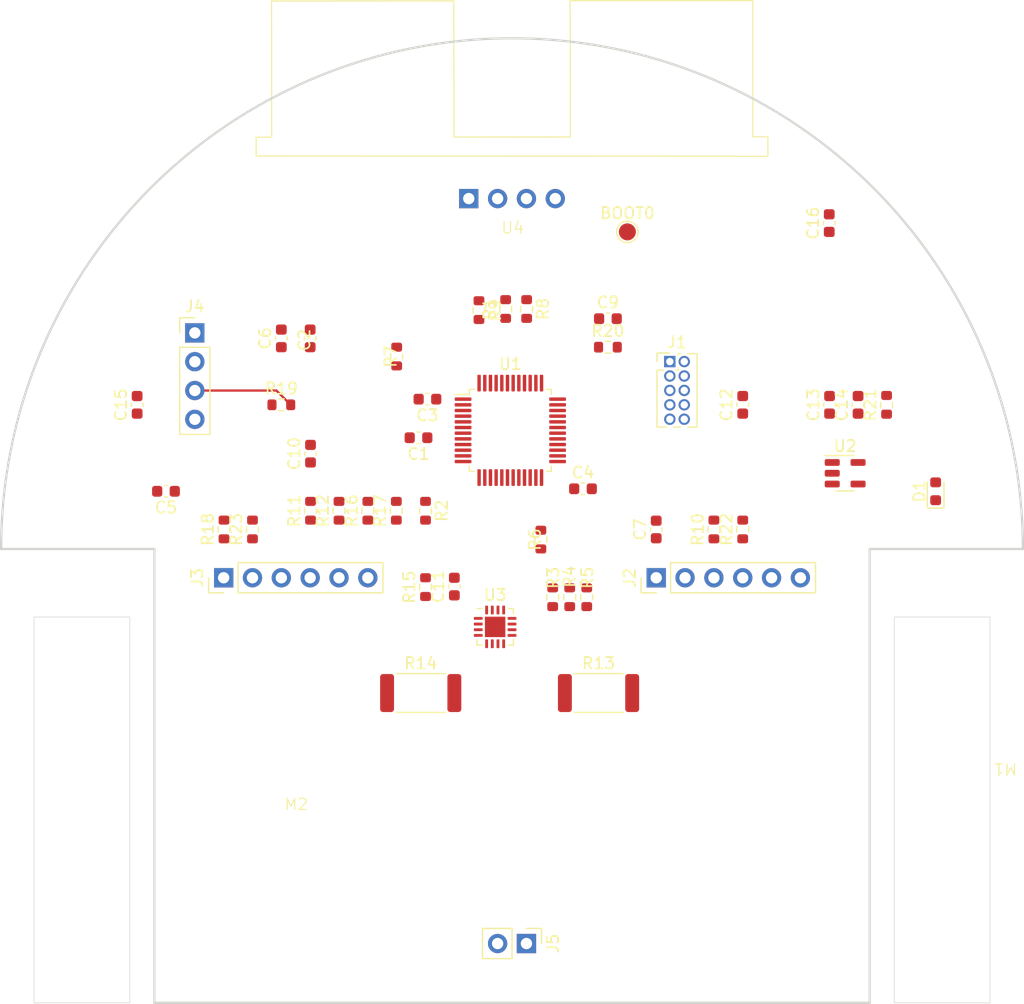
<source format=kicad_pcb>
(kicad_pcb (version 20221018) (generator pcbnew)
  (layers (0 "F.Cu" signal) (31 "B.Cu" signal) (34 "B.Paste" user) (35 "F.Paste" user) (36 "B.SilkS" user "B.Silkscreen") (37 "F.SilkS" user "F.Silkscreen") (38 "B.Mask" user) (39 "F.Mask" user) (44 "Edge.Cuts" user))
  (net 0 "")
  (net 1 "+3.3V")
  (net 2 "GND")
  (net 3 "+BATT")
  (net 4 "Net-(C10-Pad1)")
  (net 5 "/mcu/IN_B2")
  (net 6 "Net-(D1-A)")
  (net 7 "/mcu/BOOT0")
  (net 8 "Net-(U1-PA2)")
  (net 9 "/mcu/TIM15_CH1")
  (net 10 "Net-(U1-PA3)")
  (net 11 "/mcu/TIM15_CH2")
  (net 12 "Net-(U1-PA4)")
  (net 13 "/mcu/OUT_A4")
  (net 14 "Net-(U1-PA5)")
  (net 15 "/mcu/OUT_A5")
  (net 16 "/mcu/OUT_B0")
  (net 17 "Net-(U1-PB0)")
  (net 18 "/mcu/OUT_B1")
  (net 19 "Net-(U1-PB1)")
  (net 20 "Net-(U1-PB6)")
  (net 21 "/mcu/OUT_B9")
  (net 22 "Net-(U1-PB9)")
  (net 23 "/mcu/TIM3_CH1")
  (net 24 "/mcu/TIM2_CH1")
  (net 25 "/mcu/TIM3_CH2")
  (net 26 "/mcu/TIM2_CH2")
  (net 27 "/mcu/TIM8_CH2")
  (net 28 "Net-(U4-ECHO)")
  (net 34 "/mcu/~{RESET}")
  (net 46 "/mcu/SWDIO")
  (net 49 "/mcu/SWDCLK")
  (net 51 "/mcu/SWO")
  (net 54 "/motorA/MA")
  (net 57 "Net-(J2-Pin_3)")
  (net 58 "Net-(J2-Pin_4)")
  (net 59 "/motorA/MB")
  (net 60 "/motorB/MA")
  (net 61 "Net-(J3-Pin_3)")
  (net 62 "Net-(J3-Pin_4)")
  (net 63 "/motorB/MB")
  (net 64 "Net-(J4-Pin_3)")
  (net 65 "/external_uart/EXT_UART_RX")
  (net 66 "Net-(U3-TOFF)")
  (net 67 "Net-(U3-SENSEB)")
  (net 68 "Net-(U3-SENSEA)")
  (net 69 "Net-(U3-REF)")
  (net 70 "/external_uart/EXT_UART_TX")
  (footprint "Package_QFP:LQFP-48_7x7mm_P0.5mm" (layer "F.Cu") (at 149.85 89.55)
    (fp_text reference "U1" (at 0 -5.85) (layer "F.SilkS"))
    (fp_text value "STM32F030C8Tx")
    (fp_line (start -3.61 -3.61) (end -3.61 -3.16) (stroke (width 0.12)) (layer "F.SilkS"))
    (fp_line (start -3.61 -3.16) (end -4.9 -3.16) (stroke (width 0.12)) (layer "F.SilkS"))
    (fp_line (start -3.61 3.61) (end -3.61 3.16) (stroke (width 0.12)) (layer "F.SilkS"))
    (fp_line (start -3.16 -3.61) (end -3.61 -3.61) (stroke (width 0.12)) (layer "F.SilkS"))
    (fp_line (start -3.16 3.61) (end -3.61 3.61) (stroke (width 0.12)) (layer "F.SilkS"))
    (fp_line (start 3.16 -3.61) (end 3.61 -3.61) (stroke (width 0.12)) (layer "F.SilkS"))
    (fp_line (start 3.16 3.61) (end 3.61 3.61) (stroke (width 0.12)) (layer "F.SilkS"))
    (fp_line (start 3.61 -3.61) (end 3.61 -3.16) (stroke (width 0.12)) (layer "F.SilkS"))
    (fp_line (start 3.61 3.61) (end 3.61 3.16) (stroke (width 0.12)) (layer "F.SilkS"))
    (pad "1" smd roundrect (at -4.1625 -2.75) (size 1.475 0.3) (layers "F.Cu" "F.Paste" "F.Mask") (net 1 "+3.3V"))
    (pad "2" smd roundrect (at -4.1625 -2.25) (size 1.475 0.3) (layers "F.Cu" "F.Paste" "F.Mask"))
    (pad "3" smd roundrect (at -4.1625 -1.75) (size 1.475 0.3) (layers "F.Cu" "F.Paste" "F.Mask"))
    (pad "4" smd roundrect (at -4.1625 -1.25) (size 1.475 0.3) (layers "F.Cu" "F.Paste" "F.Mask"))
    (pad "5" smd roundrect (at -4.1625 -0.75) (size 1.475 0.3) (layers "F.Cu" "F.Paste" "F.Mask"))
    (pad "6" smd roundrect (at -4.1625 -0.25) (size 1.475 0.3) (layers "F.Cu" "F.Paste" "F.Mask"))
    (pad "7" smd roundrect (at -4.1625 0.25) (size 1.475 0.3) (layers "F.Cu" "F.Paste" "F.Mask") (net 34 "/mcu/~{RESET}"))
    (pad "8" smd roundrect (at -4.1625 0.75) (size 1.475 0.3) (layers "F.Cu" "F.Paste" "F.Mask") (net 2 "GND"))
    (pad "9" smd roundrect (at -4.1625 1.25) (size 1.475 0.3) (layers "F.Cu" "F.Paste" "F.Mask") (net 1 "+3.3V"))
    (pad "10" smd roundrect (at -4.1625 1.75) (size 1.475 0.3) (layers "F.Cu" "F.Paste" "F.Mask") (net 24 "/mcu/TIM2_CH1"))
    (pad "11" smd roundrect (at -4.1625 2.25) (size 1.475 0.3) (layers "F.Cu" "F.Paste" "F.Mask") (net 26 "/mcu/TIM2_CH2"))
    (pad "12" smd roundrect (at -4.1625 2.75) (size 1.475 0.3) (layers "F.Cu" "F.Paste" "F.Mask") (net 8 "Net-(U1-PA2)"))
    (pad "13" smd roundrect (at -2.75 4.1625) (size 0.3 1.475) (layers "F.Cu" "F.Paste" "F.Mask") (net 10 "Net-(U1-PA3)"))
    (pad "14" smd roundrect (at -2.25 4.1625) (size 0.3 1.475) (layers "F.Cu" "F.Paste" "F.Mask") (net 12 "Net-(U1-PA4)"))
    (pad "15" smd roundrect (at -1.75 4.1625) (size 0.3 1.475) (layers "F.Cu" "F.Paste" "F.Mask") (net 14 "Net-(U1-PA5)"))
    (pad "16" smd roundrect (at -1.25 4.1625) (size 0.3 1.475) (layers "F.Cu" "F.Paste" "F.Mask") (net 23 "/mcu/TIM3_CH1"))
    (pad "17" smd roundrect (at -0.75 4.1625) (size 0.3 1.475) (layers "F.Cu" "F.Paste" "F.Mask") (net 25 "/mcu/TIM3_CH2"))
    (pad "18" smd roundrect (at -0.25 4.1625) (size 0.3 1.475) (layers "F.Cu" "F.Paste" "F.Mask") (net 17 "Net-(U1-PB0)"))
    (pad "19" smd roundrect (at 0.25 4.1625) (size 0.3 1.475) (layers "F.Cu" "F.Paste" "F.Mask") (net 19 "Net-(U1-PB1)"))
    (pad "20" smd roundrect (at 0.75 4.1625) (size 0.3 1.475) (layers "F.Cu" "F.Paste" "F.Mask") (net 5 "/mcu/IN_B2"))
    (pad "21" smd roundrect (at 1.25 4.1625) (size 0.3 1.475) (layers "F.Cu" "F.Paste" "F.Mask"))
    (pad "22" smd roundrect (at 1.75 4.1625) (size 0.3 1.475) (layers "F.Cu" "F.Paste" "F.Mask"))
    (pad "23" smd roundrect (at 2.25 4.1625) (size 0.3 1.475) (layers "F.Cu" "F.Paste" "F.Mask") (net 2 "GND"))
    (pad "24" smd roundrect (at 2.75 4.1625) (size 0.3 1.475) (layers "F.Cu" "F.Paste" "F.Mask") (net 1 "+3.3V"))
    (pad "25" smd roundrect (at 4.1625 2.75) (size 1.475 0.3) (layers "F.Cu" "F.Paste" "F.Mask"))
    (pad "26" smd roundrect (at 4.1625 2.25) (size 1.475 0.3) (layers "F.Cu" "F.Paste" "F.Mask"))
    (pad "27" smd roundrect (at 4.1625 1.75) (size 1.475 0.3) (layers "F.Cu" "F.Paste" "F.Mask"))
    (pad "28" smd roundrect (at 4.1625 1.25) (size 1.475 0.3) (layers "F.Cu" "F.Paste" "F.Mask"))
    (pad "29" smd roundrect (at 4.1625 0.75) (size 1.475 0.3) (layers "F.Cu" "F.Paste" "F.Mask"))
    (pad "30" smd roundrect (at 4.1625 0.25) (size 1.475 0.3) (layers "F.Cu" "F.Paste" "F.Mask"))
    (pad "31" smd roundrect (at 4.1625 -0.25) (size 1.475 0.3) (layers "F.Cu" "F.Paste" "F.Mask"))
    (pad "32" smd roundrect (at 4.1625 -0.75) (size 1.475 0.3) (layers "F.Cu" "F.Paste" "F.Mask"))
    (pad "33" smd roundrect (at 4.1625 -1.25) (size 1.475 0.3) (layers "F.Cu" "F.Paste" "F.Mask"))
    (pad "34" smd roundrect (at 4.1625 -1.75) (size 1.475 0.3) (layers "F.Cu" "F.Paste" "F.Mask") (net 46 "/mcu/SWDIO"))
    (pad "35" smd roundrect (at 4.1625 -2.25) (size 1.475 0.3) (layers "F.Cu" "F.Paste" "F.Mask"))
    (pad "36" smd roundrect (at 4.1625 -2.75) (size 1.475 0.3) (layers "F.Cu" "F.Paste" "F.Mask"))
    (pad "37" smd roundrect (at 2.75 -4.1625) (size 0.3 1.475) (layers "F.Cu" "F.Paste" "F.Mask") (net 49 "/mcu/SWDCLK"))
    (pad "38" smd roundrect (at 2.25 -4.1625) (size 0.3 1.475) (layers "F.Cu" "F.Paste" "F.Mask"))
    (pad "39" smd roundrect (at 1.75 -4.1625) (size 0.3 1.475) (layers "F.Cu" "F.Paste" "F.Mask") (net 51 "/mcu/SWO"))
    (pad "40" smd roundrect (at 1.25 -4.1625) (size 0.3 1.475) (layers "F.Cu" "F.Paste" "F.Mask"))
    (pad "41" smd roundrect (at 0.75 -4.1625) (size 0.3 1.475) (layers "F.Cu" "F.Paste" "F.Mask"))
    (pad "42" smd roundrect (at 0.25 -4.1625) (size 0.3 1.475) (layers "F.Cu" "F.Paste" "F.Mask") (net 20 "Net-(U1-PB6)"))
    (pad "43" smd roundrect (at -0.25 -4.1625) (size 0.3 1.475) (layers "F.Cu" "F.Paste" "F.Mask") (net 70 "/external_uart/EXT_UART_TX"))
    (pad "44" smd roundrect (at -0.75 -4.1625) (size 0.3 1.475) (layers "F.Cu" "F.Paste" "F.Mask") (net 7 "/mcu/BOOT0"))
    (pad "45" smd roundrect (at -1.25 -4.1625) (size 0.3 1.475) (layers "F.Cu" "F.Paste" "F.Mask") (net 27 "/mcu/TIM8_CH2"))
    (pad "46" smd roundrect (at -1.75 -4.1625) (size 0.3 1.475) (layers "F.Cu" "F.Paste" "F.Mask") (net 22 "Net-(U1-PB9)"))
    (pad "47" smd roundrect (at -2.25 -4.1625) (size 0.3 1.475) (layers "F.Cu" "F.Paste" "F.Mask") (net 2 "GND"))
    (pad "48" smd roundrect (at -2.75 -4.1625) (size 0.3 1.475) (layers "F.Cu" "F.Paste" "F.Mask") (net 1 "+3.3V"))
  )
  (footprint "Resistor_SMD:R_0603_1608Metric" (layer "F.Cu") (at 149.4375 78.855 90)
    (fp_text reference "R1" (at 0 -1.43 90) (layer "F.SilkS"))
    (fp_text value "10k")
    (fp_line (start -0.237258 -0.5225) (end 0.237258 -0.5225) (stroke (width 0.12)) (layer "F.SilkS"))
    (fp_line (start -0.237258 0.5225) (end 0.237258 0.5225) (stroke (width 0.12)) (layer "F.SilkS"))
    (pad "1" smd roundrect (at -0.825 0 90) (size 0.8 0.95) (layers "F.Cu" "F.Paste" "F.Mask") (net 7 "/mcu/BOOT0"))
    (pad "2" smd roundrect (at 0.825 0 90) (size 0.8 0.95) (layers "F.Cu" "F.Paste" "F.Mask") (net 2 "GND"))
  )
  (footprint "minimouse:N20_with_encoder" (layer "F.Cu") (at 131 123)
    (fp_text reference "M2" (at 0 -0.5 unlocked) (layer "F.SilkS") (effects (font (thickness 0.1))))
    (fp_text value "N20_encoder")
    (fp_rect (start -23.1 -17) (end -14.67 17) (stroke (width 0.05)) (fill none) (layer "Edge.Cuts"))
    (pad "" np_thru_hole circle locked (at 0 -9) (size 1 1) (drill 2.2) (layers "F&B.Cu" "*.Mask"))
    (pad "" np_thru_hole circle locked (at 0 9) (size 1 1) (drill 2.2) (layers "F&B.Cu" "*.Mask"))
  )
  (footprint "Resistor_SMD:R_0603_1608Metric" (layer "F.Cu") (at 129.68 87.3)
    (fp_text reference "R19" (at 0 -1.43) (layer "F.SilkS"))
    (fp_text value "100")
    (fp_line (start -0.237258 -0.5225) (end 0.237258 -0.5225) (stroke (width 0.12)) (layer "F.SilkS"))
    (fp_line (start -0.237258 0.5225) (end 0.237258 0.5225) (stroke (width 0.12)) (layer "F.SilkS"))
    (pad "1" smd roundrect (at -0.825 0) (size 0.8 0.95) (layers "F.Cu" "F.Paste" "F.Mask") (net 70 "/external_uart/EXT_UART_TX"))
    (pad "2" smd roundrect (at 0.825 0) (size 0.8 0.95) (layers "F.Cu" "F.Paste" "F.Mask") (net 64 "Net-(J4-Pin_3)"))
  )
  (footprint "Resistor_SMD:R_0603_1608Metric" (layer "F.Cu") (at 170.32 98.285 90)
    (fp_text reference "R22" (at 0 -1.43 90) (layer "F.SilkS"))
    (fp_text value "100")
    (fp_line (start -0.237258 -0.5225) (end 0.237258 -0.5225) (stroke (width 0.12)) (layer "F.SilkS"))
    (fp_line (start -0.237258 0.5225) (end 0.237258 0.5225) (stroke (width 0.12)) (layer "F.SilkS"))
    (pad "1" smd roundrect (at -0.825 0 90) (size 0.8 0.95) (layers "F.Cu" "F.Paste" "F.Mask") (net 25 "/mcu/TIM3_CH2"))
    (pad "2" smd roundrect (at 0.825 0 90) (size 0.8 0.95) (layers "F.Cu" "F.Paste" "F.Mask") (net 58 "Net-(J2-Pin_4)"))
  )
  (footprint "TestPoint:TestPoint_Pad_D1.5mm" (layer "F.Cu") (at 160.16 72.06)
    (fp_text reference "BOOT0" (at 0 -1.648) (layer "F.SilkS"))
    (fp_text value "TestPoint")
    (fp_circle (center 0 0) (end 0 0.95) (stroke (width 0.12)) (fill none) (layer "F.SilkS"))
    (pad "1" smd circle (at 0 0) (size 1.5 1.5) (layers "F.Cu" "F.Mask") (net 7 "/mcu/BOOT0"))
  )
  (footprint "Resistor_SMD:R_0603_1608Metric" (layer "F.Cu") (at 155.08 104.255 -90)
    (fp_text reference "R4" (at -1.815 0 90) (layer "F.SilkS"))
    (fp_text value "100")
    (fp_line (start -0.237258 -0.5225) (end 0.237258 -0.5225) (stroke (width 0.12)) (layer "F.SilkS"))
    (fp_line (start -0.237258 0.5225) (end 0.237258 0.5225) (stroke (width 0.12)) (layer "F.SilkS"))
    (pad "1" smd roundrect (at -0.825 0 270) (size 0.8 0.95) (layers "F.Cu" "F.Paste" "F.Mask") (net 12 "Net-(U1-PA4)"))
    (pad "2" smd roundrect (at 0.825 0 270) (size 0.8 0.95) (layers "F.Cu" "F.Paste" "F.Mask") (net 13 "/mcu/OUT_A4"))
  )
  (footprint "Capacitor_SMD:C_0603_1608Metric" (layer "F.Cu") (at 156.25 94.7)
    (fp_text reference "C4" (at 0 -1.43) (layer "F.SilkS"))
    (fp_text value "0.1uF")
    (fp_line (start -0.14058 -0.51) (end 0.14058 -0.51) (stroke (width 0.12)) (layer "F.SilkS"))
    (fp_line (start -0.14058 0.51) (end 0.14058 0.51) (stroke (width 0.12)) (layer "F.SilkS"))
    (pad "1" smd roundrect (at -0.775 0) (size 0.9 0.95) (layers "F.Cu" "F.Paste" "F.Mask") (net 1 "+3.3V"))
    (pad "2" smd roundrect (at 0.775 0) (size 0.9 0.95) (layers "F.Cu" "F.Paste" "F.Mask") (net 2 "GND"))
  )
  (footprint "Resistor_SMD:R_0603_1608Metric" (layer "F.Cu") (at 147.0875 78.955 -90)
    (fp_text reference "R9" (at 0 -1.43 90) (layer "F.SilkS"))
    (fp_text value "100")
    (fp_line (start -0.237258 -0.5225) (end 0.237258 -0.5225) (stroke (width 0.12)) (layer "F.SilkS"))
    (fp_line (start -0.237258 0.5225) (end 0.237258 0.5225) (stroke (width 0.12)) (layer "F.SilkS"))
    (pad "1" smd roundrect (at -0.825 0 270) (size 0.8 0.95) (layers "F.Cu" "F.Paste" "F.Mask") (net 21 "/mcu/OUT_B9"))
    (pad "2" smd roundrect (at 0.825 0 270) (size 0.8 0.95) (layers "F.Cu" "F.Paste" "F.Mask") (net 22 "Net-(U1-PB9)"))
  )
  (footprint "minimouse:HC-SR04" (layer "F.Cu") (at 150 69.125)
    (fp_text reference "U4" (at 0.06 2.57 unlocked) (layer "F.SilkS") (effects (font (thickness 0.1))))
    (fp_text value "HC-SR04")
    (fp_line (start -22.54 -5.41) (end -22.54 -3.75) (stroke (width 0.1)) (layer "F.SilkS"))
    (fp_line (start -22.54 -3.75) (end 22.54 -3.73) (stroke (width 0.1)) (layer "F.SilkS"))
    (fp_line (start -21.18 -17.41) (end -21.17 -5.41) (stroke (width 0.1)) (layer "F.SilkS"))
    (fp_line (start -21.17 -5.41) (end -22.54 -5.41) (stroke (width 0.1)) (layer "F.SilkS"))
    (fp_line (start -5.13 -17.42) (end -21.18 -17.41) (stroke (width 0.1)) (layer "F.SilkS"))
    (fp_line (start -5.12 -5.42) (end -5.13 -17.42) (stroke (width 0.1)) (layer "F.SilkS"))
    (fp_line (start 5.12 -17.44) (end 5.14 -5.43) (stroke (width 0.1)) (layer "F.SilkS"))
    (fp_line (start 5.14 -5.43) (end -5.12 -5.42) (stroke (width 0.1)) (layer "F.SilkS"))
    (fp_line (start 21.21 -17.45) (end 5.12 -17.44) (stroke (width 0.1)) (layer "F.SilkS"))
    (fp_line (start 21.21 -5.45) (end 21.21 -17.45) (stroke (width 0.1)) (layer "F.SilkS"))
    (fp_line (start 22.53 -5.45) (end 21.21 -5.45) (stroke (width 0.1)) (layer "F.SilkS"))
    (fp_line (start 22.54 -3.73) (end 22.53 -5.45) (stroke (width 0.1)) (layer "F.SilkS"))
    (pad "1" thru_hole rect locked (at -3.81 0 90) (size 1.7 1.7) (drill 1) (layers "*.Cu" "*.Mask") (net 2 "GND"))
    (pad "2" thru_hole oval locked (at -1.27 0 90) (size 1.7 1.7) (drill 1) (layers "*.Cu" "*.Mask") (net 21 "/mcu/OUT_B9"))
    (pad "3" thru_hole oval locked (at 1.27 0 90) (size 1.7 1.7) (drill 1) (layers "*.Cu" "*.Mask") (net 28 "Net-(U4-ECHO)"))
    (pad "4" thru_hole oval locked (at 3.81 0 90) (size 1.7 1.7) (drill 1) (layers "*.Cu" "*.Mask") (net 1 "+3.3V"))
  )
  (footprint "Resistor_SMD:R_2512_6332Metric" (layer "F.Cu") (at 141.9575 112.7)
    (fp_text reference "R14" (at 0 -2.62) (layer "F.SilkS"))
    (fp_text value "330mΩ ")
    (fp_line (start -2.177064 -1.71) (end 2.177064 -1.71) (stroke (width 0.12)) (layer "F.SilkS"))
    (fp_line (start -2.177064 1.71) (end 2.177064 1.71) (stroke (width 0.12)) (layer "F.SilkS"))
    (pad "1" smd roundrect (at -2.9625 0) (size 1.225 3.35) (layers "F.Cu" "F.Paste" "F.Mask") (roundrect_rratio 0.204082) (net 68 "Net-(U3-SENSEA)"))
    (pad "2" smd roundrect (at 2.9625 0) (size 1.225 3.35) (layers "F.Cu" "F.Paste" "F.Mask") (roundrect_rratio 0.204082) (net 2 "GND"))
  )
  (footprint "Resistor_SMD:R_0603_1608Metric" (layer "F.Cu") (at 132.25 96.635 90)
    (fp_text reference "R11" (at 0 -1.43 90) (layer "F.SilkS"))
    (fp_text value "1 kΩ")
    (fp_line (start -0.237258 -0.5225) (end 0.237258 -0.5225) (stroke (width 0.12)) (layer "F.SilkS"))
    (fp_line (start -0.237258 0.5225) (end 0.237258 0.5225) (stroke (width 0.12)) (layer "F.SilkS"))
    (pad "1" smd roundrect (at -0.825 0 90) (size 0.8 0.95) (layers "F.Cu" "F.Paste" "F.Mask") (net 66 "Net-(U3-TOFF)"))
    (pad "2" smd roundrect (at 0.825 0 90) (size 0.8 0.95) (layers "F.Cu" "F.Paste" "F.Mask") (net 4 "Net-(C10-Pad1)"))
  )
  (footprint "Capacitor_SMD:C_0603_1608Metric" (layer "F.Cu") (at 119.52 94.92 180)
    (fp_text reference "C5" (at 0 -1.43) (layer "F.SilkS"))
    (fp_text value "0.1uF")
    (fp_line (start -0.14058 -0.51) (end 0.14058 -0.51) (stroke (width 0.12)) (layer "F.SilkS"))
    (fp_line (start -0.14058 0.51) (end 0.14058 0.51) (stroke (width 0.12)) (layer "F.SilkS"))
    (pad "1" smd roundrect (at -0.775 0 180) (size 0.9 0.95) (layers "F.Cu" "F.Paste" "F.Mask") (net 1 "+3.3V"))
    (pad "2" smd roundrect (at 0.775 0 180) (size 0.9 0.95) (layers "F.Cu" "F.Paste" "F.Mask") (net 2 "GND"))
  )
  (footprint "minimouse:N20_with_encoder" (layer "F.Cu") (at 169 123 180)
    (fp_text reference "M1" (at -24.45 3.6 180 unlocked) (layer "F.SilkS") (effects (font (thickness 0.1))))
    (fp_text value "N20_encoder")
    (fp_rect (start -23.1 -17) (end -14.67 17) (stroke (width 0.05)) (fill none) (layer "Edge.Cuts"))
    (pad "" np_thru_hole circle locked (at 0 -9 180) (size 1 1) (drill 2.2) (layers "F&B.Cu" "*.Mask"))
    (pad "" np_thru_hole circle locked (at 0 9 180) (size 1 1) (drill 2.2) (layers "F&B.Cu" "*.Mask"))
  )
  (footprint "Package_TO_SOT_SMD:SOT-23-5" (layer "F.Cu") (at 179.3425 93.33)
    (fp_text reference "U2" (at 0 -2.4) (layer "F.SilkS"))
    (fp_text value "LP5907MFX-3.3")
    (fp_line (start 0 -1.56) (end -1.8 -1.56) (stroke (width 0.12)) (layer "F.SilkS"))
    (fp_line (start 0 -1.56) (end 0.8 -1.56) (stroke (width 0.12)) (layer "F.SilkS"))
    (fp_line (start 0 1.56) (end -0.8 1.56) (stroke (width 0.12)) (layer "F.SilkS"))
    (fp_line (start 0 1.56) (end 0.8 1.56) (stroke (width 0.12)) (layer "F.SilkS"))
    (pad "1" smd roundrect (at -1.1375 -0.95) (size 1.325 0.6) (layers "F.Cu" "F.Paste" "F.Mask") (net 3 "+BATT"))
    (pad "2" smd roundrect (at -1.1375 0) (size 1.325 0.6) (layers "F.Cu" "F.Paste" "F.Mask") (net 2 "GND"))
    (pad "3" smd roundrect (at -1.1375 0.95) (size 1.325 0.6) (layers "F.Cu" "F.Paste" "F.Mask") (net 3 "+BATT"))
    (pad "4" smd roundrect (at 1.1375 0.95) (size 1.325 0.6) (layers "F.Cu" "F.Paste" "F.Mask"))
    (pad "5" smd roundrect (at 1.1375 -0.95) (size 1.325 0.6) (layers "F.Cu" "F.Paste" "F.Mask") (net 1 "+3.3V"))
  )
  (footprint "Capacitor_SMD:C_0603_1608Metric" (layer "F.Cu") (at 116.98 87.3 90)
    (fp_text reference "C15" (at 0 -1.43 90) (layer "F.SilkS"))
    (fp_text value "2.2uF")
    (fp_line (start -0.14058 -0.51) (end 0.14058 -0.51) (stroke (width 0.12)) (layer "F.SilkS"))
    (fp_line (start -0.14058 0.51) (end 0.14058 0.51) (stroke (width 0.12)) (layer "F.SilkS"))
    (pad "1" smd roundrect (at -0.775 0 90) (size 0.9 0.95) (layers "F.Cu" "F.Paste" "F.Mask") (net 3 "+BATT"))
    (pad "2" smd roundrect (at 0.775 0 90) (size 0.9 0.95) (layers "F.Cu" "F.Paste" "F.Mask") (net 2 "GND"))
  )
  (footprint "Resistor_SMD:R_0603_1608Metric" (layer "F.Cu") (at 167.78 98.285 90)
    (fp_text reference "R10" (at 0 -1.43 90) (layer "F.SilkS"))
    (fp_text value "100")
    (fp_line (start -0.237258 -0.5225) (end 0.237258 -0.5225) (stroke (width 0.12)) (layer "F.SilkS"))
    (fp_line (start -0.237258 0.5225) (end 0.237258 0.5225) (stroke (width 0.12)) (layer "F.SilkS"))
    (pad "1" smd roundrect (at -0.825 0 90) (size 0.8 0.95) (layers "F.Cu" "F.Paste" "F.Mask") (net 23 "/mcu/TIM3_CH1"))
    (pad "2" smd roundrect (at 0.825 0 90) (size 0.8 0.95) (layers "F.Cu" "F.Paste" "F.Mask") (net 57 "Net-(J2-Pin_3)"))
  )
  (footprint "Connector_PinHeader_2.54mm:PinHeader_1x02_P2.54mm_Vertical" (layer "F.Cu") (at 151.27 134.775 -90)
    (fp_text reference "J5" (at 0 -2.33 90) (layer "F.SilkS"))
    (fp_text value "Conn_01x02")
    (fp_line (start -1.33 -1.33) (end 0 -1.33) (stroke (width 0.12)) (layer "F.SilkS"))
    (fp_line (start -1.33 0) (end -1.33 -1.33) (stroke (width 0.12)) (layer "F.SilkS"))
    (fp_line (start -1.33 1.27) (end -1.33 3.87) (stroke (width 0.12)) (layer "F.SilkS"))
    (fp_line (start -1.33 1.27) (end 1.33 1.27) (stroke (width 0.12)) (layer "F.SilkS"))
    (fp_line (start -1.33 3.87) (end 1.33 3.87) (stroke (width 0.12)) (layer "F.SilkS"))
    (fp_line (start 1.33 1.27) (end 1.33 3.87) (stroke (width 0.12)) (layer "F.SilkS"))
    (pad "1" thru_hole rect locked (at 0 0 270) (size 1.7 1.7) (drill 1) (layers "*.Cu" "*.Mask") (net 2 "GND"))
    (pad "2" thru_hole oval locked (at 0 2.54 270) (size 1.7 1.7) (drill 1) (layers "*.Cu" "*.Mask") (net 3 "+BATT"))
  )
  (footprint "Resistor_SMD:R_0603_1608Metric" (layer "F.Cu") (at 124.63 98.285 90)
    (fp_text reference "R18" (at 0 -1.43 90) (layer "F.SilkS"))
    (fp_text value "100")
    (fp_line (start -0.237258 -0.5225) (end 0.237258 -0.5225) (stroke (width 0.12)) (layer "F.SilkS"))
    (fp_line (start -0.237258 0.5225) (end 0.237258 0.5225) (stroke (width 0.12)) (layer "F.SilkS"))
    (pad "1" smd roundrect (at -0.825 0 90) (size 0.8 0.95) (layers "F.Cu" "F.Paste" "F.Mask") (net 24 "/mcu/TIM2_CH1"))
    (pad "2" smd roundrect (at 0.825 0 90) (size 0.8 0.95) (layers "F.Cu" "F.Paste" "F.Mask") (net 61 "Net-(J3-Pin_3)"))
  )
  (footprint "Connector_PinHeader_2.54mm:PinHeader_1x06_P2.54mm_Vertical" (layer "F.Cu") (at 162.7 102.54 90)
    (fp_text reference "J2" (at 0 -2.33 90) (layer "F.SilkS"))
    (fp_text value "Conn_01x06")
    (fp_line (start -1.33 -1.33) (end 0 -1.33) (stroke (width 0.12)) (layer "F.SilkS"))
    (fp_line (start -1.33 0) (end -1.33 -1.33) (stroke (width 0.12)) (layer "F.SilkS"))
    (fp_line (start -1.33 1.27) (end -1.33 14.03) (stroke (width 0.12)) (layer "F.SilkS"))
    (fp_line (start -1.33 1.27) (end 1.33 1.27) (stroke (width 0.12)) (layer "F.SilkS"))
    (fp_line (start -1.33 14.03) (end 1.33 14.03) (stroke (width 0.12)) (layer "F.SilkS"))
    (fp_line (start 1.33 1.27) (end 1.33 14.03) (stroke (width 0.12)) (layer "F.SilkS"))
    (pad "1" thru_hole rect (at 0 0 90) (size 1.7 1.7) (drill 1) (layers "*.Cu" "*.Mask") (net 54 "/motorA/MA"))
    (pad "2" thru_hole oval (at 0 2.54 90) (size 1.7 1.7) (drill 1) (layers "*.Cu" "*.Mask") (net 2 "GND"))
    (pad "3" thru_hole oval (at 0 5.08 90) (size 1.7 1.7) (drill 1) (layers "*.Cu" "*.Mask") (net 57 "Net-(J2-Pin_3)"))
    (pad "4" thru_hole oval (at 0 7.62 90) (size 1.7 1.7) (drill 1) (layers "*.Cu" "*.Mask") (net 58 "Net-(J2-Pin_4)"))
    (pad "5" thru_hole oval (at 0 10.16 90) (size 1.7 1.7) (drill 1) (layers "*.Cu" "*.Mask") (net 3 "+BATT"))
    (pad "6" thru_hole oval (at 0 12.7 90) (size 1.7 1.7) (drill 1) (layers "*.Cu" "*.Mask") (net 59 "/motorA/MB"))
  )
  (footprint "Capacitor_SMD:C_0603_1608Metric" (layer "F.Cu") (at 132.25 91.605 90)
    (fp_text reference "C10" (at 0 -1.43 90) (layer "F.SilkS"))
    (fp_text value "22 nF")
    (fp_line (start -0.14058 -0.51) (end 0.14058 -0.51) (stroke (width 0.12)) (layer "F.SilkS"))
    (fp_line (start -0.14058 0.51) (end 0.14058 0.51) (stroke (width 0.12)) (layer "F.SilkS"))
    (pad "1" smd roundrect (at -0.775 0 90) (size 0.9 0.95) (layers "F.Cu" "F.Paste" "F.Mask") (net 4 "Net-(C10-Pad1)"))
    (pad "2" smd roundrect (at 0.775 0 90) (size 0.9 0.95) (layers "F.Cu" "F.Paste" "F.Mask") (net 2 "GND"))
  )
  (footprint "Capacitor_SMD:C_0603_1608Metric" (layer "F.Cu") (at 142.55 86.8 180)
    (fp_text reference "C3" (at 0 -1.43) (layer "F.SilkS"))
    (fp_text value "0.1uF")
    (fp_line (start -0.14058 -0.51) (end 0.14058 -0.51) (stroke (width 0.12)) (layer "F.SilkS"))
    (fp_line (start -0.14058 0.51) (end 0.14058 0.51) (stroke (width 0.12)) (layer "F.SilkS"))
    (pad "1" smd roundrect (at -0.775 0 180) (size 0.9 0.95) (layers "F.Cu" "F.Paste" "F.Mask") (net 1 "+3.3V"))
    (pad "2" smd roundrect (at 0.775 0 180) (size 0.9 0.95) (layers "F.Cu" "F.Paste" "F.Mask") (net 2 "GND"))
  )
  (footprint "Capacitor_SMD:C_0603_1608Metric" (layer "F.Cu") (at 158.445 79.71)
    (fp_text reference "C9" (at 0 -1.43) (layer "F.SilkS"))
    (fp_text value "2.2 uF")
    (fp_line (start -0.14058 -0.51) (end 0.14058 -0.51) (stroke (width 0.12)) (layer "F.SilkS"))
    (fp_line (start -0.14058 0.51) (end 0.14058 0.51) (stroke (width 0.12)) (layer "F.SilkS"))
    (pad "1" smd roundrect (at -0.775 0) (size 0.9 0.95) (layers "F.Cu" "F.Paste" "F.Mask") (net 1 "+3.3V"))
    (pad "2" smd roundrect (at 0.775 0) (size 0.9 0.95) (layers "F.Cu" "F.Paste" "F.Mask") (net 2 "GND"))
  )
  (footprint "Resistor_SMD:R_0603_1608Metric" (layer "F.Cu") (at 151.2875 78.855 -90)
    (fp_text reference "R8" (at 0 -1.43 90) (layer "F.SilkS"))
    (fp_text value "100")
    (fp_line (start -0.237258 -0.5225) (end 0.237258 -0.5225) (stroke (width 0.12)) (layer "F.SilkS"))
    (fp_line (start -0.237258 0.5225) (end 0.237258 0.5225) (stroke (width 0.12)) (layer "F.SilkS"))
    (pad "1" smd roundrect (at -0.825 0 270) (size 0.8 0.95) (layers "F.Cu" "F.Paste" "F.Mask") (net 65 "/external_uart/EXT_UART_RX"))
    (pad "2" smd roundrect (at 0.825 0 270) (size 0.8 0.95) (layers "F.Cu" "F.Paste" "F.Mask") (net 20 "Net-(U1-PB6)"))
  )
  (footprint "Resistor_SMD:R_0603_1608Metric" (layer "F.Cu") (at 182.99 87.3 90)
    (fp_text reference "R21" (at 0 -1.43 90) (layer "F.SilkS"))
    (fp_text value "330")
    (fp_line (start -0.237258 -0.5225) (end 0.237258 -0.5225) (stroke (width 0.12)) (layer "F.SilkS"))
    (fp_line (start -0.237258 0.5225) (end 0.237258 0.5225) (stroke (width 0.12)) (layer "F.SilkS"))
    (pad "1" smd roundrect (at -0.825 0 90) (size 0.8 0.95) (layers "F.Cu" "F.Paste" "F.Mask") (net 1 "+3.3V"))
    (pad "2" smd roundrect (at 0.825 0 90) (size 0.8 0.95) (layers "F.Cu" "F.Paste" "F.Mask") (net 6 "Net-(D1-A)"))
  )
  (footprint "Connector_PinHeader_2.54mm:PinHeader_1x04_P2.54mm_Vertical" (layer "F.Cu") (at 122.06 80.96)
    (fp_text reference "J4" (at 0 -2.33) (layer "F.SilkS"))
    (fp_text value "Conn_01x04")
    (fp_line (start -1.33 -1.33) (end 0 -1.33) (stroke (width 0.12)) (layer "F.SilkS"))
    (fp_line (start -1.33 0) (end -1.33 -1.33) (stroke (width 0.12)) (layer "F.SilkS"))
    (fp_line (start -1.33 1.27) (end -1.33 8.95) (stroke (width 0.12)) (layer "F.SilkS"))
    (fp_line (start -1.33 1.27) (end 1.33 1.27) (stroke (width 0.12)) (layer "F.SilkS"))
    (fp_line (start -1.33 8.95) (end 1.33 8.95) (stroke (width 0.12)) (layer "F.SilkS"))
    (fp_line (start 1.33 1.27) (end 1.33 8.95) (stroke (width 0.12)) (layer "F.SilkS"))
    (pad "1" thru_hole rect (at 0 0) (size 1.7 1.7) (drill 1) (layers "*.Cu" "*.Mask") (net 2 "GND"))
    (pad "2" thru_hole oval (at 0 2.54) (size 1.7 1.7) (drill 1) (layers "*.Cu" "*.Mask") (net 3 "+BATT"))
    (pad "3" thru_hole oval (at 0 5.08) (size 1.7 1.7) (drill 1) (layers "*.Cu" "*.Mask") (net 64 "Net-(J4-Pin_3)"))
    (pad "4" thru_hole oval (at 0 7.62) (size 1.7 1.7) (drill 1) (layers "*.Cu" "*.Mask") (net 65 "/external_uart/EXT_UART_RX"))
  )
  (footprint "Resistor_SMD:R_0603_1608Metric" (layer "F.Cu") (at 139.84 83.045 90)
    (fp_text reference "R7" (at 0 -0.5225 90) (layer "F.SilkS"))
    (fp_text value "100")
    (fp_line (start -0.237258 -0.5225) (end 0.237258 -0.5225) (stroke (width 0.12)) (layer "F.SilkS"))
    (fp_line (start -0.237258 0.5225) (end 0.237258 0.5225) (stroke (width 0.12)) (layer "F.SilkS"))
    (pad "1" smd roundrect (at -0.825 0 90) (size 0.8 0.95) (layers "F.Cu" "F.Paste" "F.Mask") (net 18 "/mcu/OUT_B1"))
    (pad "2" smd roundrect (at 0.825 0 90) (size 0.8 0.95) (layers "F.Cu" "F.Paste" "F.Mask") (net 19 "Net-(U1-PB1)"))
  )
  (footprint "Resistor_SMD:R_0603_1608Metric" (layer "F.Cu") (at 142.38 96.635 -90)
    (fp_text reference "R2" (at 0 -1.43 -270) (layer "F.SilkS"))
    (fp_text value "100")
    (fp_line (start -0.237258 -0.5225) (end 0.237258 -0.5225) (stroke (width 0.12)) (layer "F.SilkS"))
    (fp_line (start -0.237258 0.5225) (end 0.237258 0.5225) (stroke (width 0.12)) (layer "F.SilkS"))
    (pad "1" smd roundrect (at -0.825 0 270) (size 0.8 0.95) (layers "F.Cu" "F.Paste" "F.Mask") (net 8 "Net-(U1-PA2)"))
    (pad "2" smd roundrect (at 0.825 0 270) (size 0.8 0.95) (layers "F.Cu" "F.Paste" "F.Mask") (net 9 "/mcu/TIM15_CH1"))
  )
  (footprint "Capacitor_SMD:C_0603_1608Metric" (layer "F.Cu") (at 180.48 87.3 90)
    (fp_text reference "C14" (at 0 -1.43 90) (layer "F.SilkS"))
    (fp_text value "2.2uF")
    (fp_line (start -0.14058 -0.51) (end 0.14058 -0.51) (stroke (width 0.12)) (layer "F.SilkS"))
    (fp_line (start -0.14058 0.51) (end 0.14058 0.51) (stroke (width 0.12)) (layer "F.SilkS"))
    (pad "1" smd roundrect (at -0.775 0 90) (size 0.9 0.95) (layers "F.Cu" "F.Paste" "F.Mask") (net 3 "+BATT"))
    (pad "2" smd roundrect (at 0.775 0 90) (size 0.9 0.95) (layers "F.Cu" "F.Paste" "F.Mask") (net 2 "GND"))
  )
  (footprint "Capacitor_SMD:C_0603_1608Metric" (layer "F.Cu") (at 162.7 98.285 90)
    (fp_text reference "C7" (at 0 -1.43 90) (layer "F.SilkS"))
    (fp_text value "2.2uF")
    (fp_line (start -0.14058 -0.51) (end 0.14058 -0.51) (stroke (width 0.12)) (layer "F.SilkS"))
    (fp_line (start -0.14058 0.51) (end 0.14058 0.51) (stroke (width 0.12)) (layer "F.SilkS"))
    (pad "1" smd roundrect (at -0.775 0 90) (size 0.9 0.95) (layers "F.Cu" "F.Paste" "F.Mask") (net 3 "+BATT"))
    (pad "2" smd roundrect (at 0.775 0 90) (size 0.9 0.95) (layers "F.Cu" "F.Paste" "F.Mask") (net 2 "GND"))
  )
  (footprint "Capacitor_SMD:C_0603_1608Metric" (layer "F.Cu") (at 177.97 87.3 90)
    (fp_text reference "C13" (at 0 -1.43 90) (layer "F.SilkS"))
    (fp_text value "2.2uF")
    (fp_line (start -0.14058 -0.51) (end 0.14058 -0.51) (stroke (width 0.12)) (layer "F.SilkS"))
    (fp_line (start -0.14058 0.51) (end 0.14058 0.51) (stroke (width 0.12)) (layer "F.SilkS"))
    (pad "1" smd roundrect (at -0.775 0 90) (size 0.9 0.95) (layers "F.Cu" "F.Paste" "F.Mask") (net 1 "+3.3V"))
    (pad "2" smd roundrect (at 0.775 0 90) (size 0.9 0.95) (layers "F.Cu" "F.Paste" "F.Mask") (net 2 "GND"))
  )
  (footprint "Resistor_SMD:R_0603_1608Metric" (layer "F.Cu") (at 153.58 104.255 -90)
    (fp_text reference "R3" (at -1.715 -0.05 90) (layer "F.SilkS"))
    (fp_text value "100")
    (fp_line (start -0.237258 -0.5225) (end 0.237258 -0.5225) (stroke (width 0.12)) (layer "F.SilkS"))
    (fp_line (start -0.237258 0.5225) (end 0.237258 0.5225) (stroke (width 0.12)) (layer "F.SilkS"))
    (pad "1" smd roundrect (at -0.825 0 270) (size 0.8 0.95) (layers "F.Cu" "F.Paste" "F.Mask") (net 10 "Net-(U1-PA3)"))
    (pad "2" smd roundrect (at 0.825 0 270) (size 0.8 0.95) (layers "F.Cu" "F.Paste" "F.Mask") (net 11 "/mcu/TIM15_CH2"))
  )
  (footprint "Capacitor_SMD:C_0603_1608Metric" (layer "F.Cu") (at 170.32 87.3 90)
    (fp_text reference "C12" (at 0 -1.43 90) (layer "F.SilkS"))
    (fp_text value "2.2uF")
    (fp_line (start -0.14058 -0.51) (end 0.14058 -0.51) (stroke (width 0.12)) (layer "F.SilkS"))
    (fp_line (start -0.14058 0.51) (end 0.14058 0.51) (stroke (width 0.12)) (layer "F.SilkS"))
    (pad "1" smd roundrect (at -0.775 0 90) (size 0.9 0.95) (layers "F.Cu" "F.Paste" "F.Mask") (net 3 "+BATT"))
    (pad "2" smd roundrect (at 0.775 0 90) (size 0.9 0.95) (layers "F.Cu" "F.Paste" "F.Mask") (net 2 "GND"))
  )
  (footprint "Capacitor_SMD:C_0603_1608Metric" (layer "F.Cu") (at 132.22 81.445 90)
    (fp_text reference "C2" (at -0.14058 -0.51 90) (layer "F.SilkS"))
    (fp_text value "0.1uF")
    (fp_line (start -0.14058 -0.51) (end 0.14058 -0.51) (stroke (width 0.12)) (layer "F.SilkS"))
    (fp_line (start -0.14058 0.51) (end 0.14058 0.51) (stroke (width 0.12)) (layer "F.SilkS"))
    (pad "1" smd roundrect (at -0.775 0 90) (size 0.9 0.95) (layers "F.Cu" "F.Paste" "F.Mask") (net 1 "+3.3V"))
    (pad "2" smd roundrect (at 0.775 0 90) (size 0.9 0.95) (layers "F.Cu" "F.Paste" "F.Mask") (net 2 "GND"))
  )
  (footprint "Capacitor_SMD:C_0603_1608Metric" (layer "F.Cu") (at 141.7625 90.2 180)
    (fp_text reference "C1" (at 0 -1.43) (layer "F.SilkS"))
    (fp_text value "2.2uF")
    (fp_line (start -0.14058 -0.51) (end 0.14058 -0.51) (stroke (width 0.12)) (layer "F.SilkS"))
    (fp_line (start -0.14058 0.51) (end 0.14058 0.51) (stroke (width 0.12)) (layer "F.SilkS"))
    (pad "1" smd roundrect (at -0.775 0 180) (size 0.9 0.95) (layers "F.Cu" "F.Paste" "F.Mask") (net 1 "+3.3V"))
    (pad "2" smd roundrect (at 0.775 0 180) (size 0.9 0.95) (layers "F.Cu" "F.Paste" "F.Mask") (net 2 "GND"))
  )
  (footprint "Resistor_SMD:R_0603_1608Metric" (layer "F.Cu") (at 156.58 104.255 -90)
    (fp_text reference "R5" (at -1.715 -0.05 90) (layer "F.SilkS"))
    (fp_text value "100")
    (fp_line (start -0.237258 -0.5225) (end 0.237258 -0.5225) (stroke (width 0.12)) (layer "F.SilkS"))
    (fp_line (start -0.237258 0.5225) (end 0.237258 0.5225) (stroke (width 0.12)) (layer "F.SilkS"))
    (pad "1" smd roundrect (at -0.825 0 270) (size 0.8 0.95) (layers "F.Cu" "F.Paste" "F.Mask") (net 14 "Net-(U1-PA5)"))
    (pad "2" smd roundrect (at 0.825 0 270) (size 0.8 0.95) (layers "F.Cu" "F.Paste" "F.Mask") (net 15 "/mcu/OUT_A5"))
  )
  (footprint "Resistor_SMD:R_0603_1608Metric" (layer "F.Cu") (at 137.3 96.635 90)
    (fp_text reference "R16" (at 0 -1.43 90) (layer "F.SilkS"))
    (fp_text value "10k")
    (fp_line (start -0.237258 -0.5225) (end 0.237258 -0.5225) (stroke (width 0.12)) (layer "F.SilkS"))
    (fp_line (start -0.237258 0.5225) (end 0.237258 0.5225) (stroke (width 0.12)) (layer "F.SilkS"))
    (pad "1" smd roundrect (at -0.825 0 90) (size 0.8 0.95) (layers "F.Cu" "F.Paste" "F.Mask") (net 3 "+BATT"))
    (pad "2" smd roundrect (at 0.825 0 90) (size 0.8 0.95) (layers "F.Cu" "F.Paste" "F.Mask") (net 69 "Net-(U3-REF)"))
  )
  (footprint "Resistor_SMD:R_0603_1608Metric" (layer "F.Cu") (at 158.445 82.22)
    (fp_text reference "R20" (at 0 -1.43) (layer "F.SilkS"))
    (fp_text value "100")
    (fp_line (start -0.237258 -0.5225) (end 0.237258 -0.5225) (stroke (width 0.12)) (layer "F.SilkS"))
    (fp_line (start -0.237258 0.5225) (end 0.237258 0.5225) (stroke (width 0.12)) (layer "F.SilkS"))
    (pad "1" smd roundrect (at -0.825 0) (size 0.8 0.95) (layers "F.Cu" "F.Paste" "F.Mask") (net 27 "/mcu/TIM8_CH2"))
    (pad "2" smd roundrect (at 0.825 0) (size 0.8 0.95) (layers "F.Cu" "F.Paste" "F.Mask") (net 28 "Net-(U4-ECHO)"))
  )
  (footprint "Resistor_SMD:R_0603_1608Metric" (layer "F.Cu") (at 134.76 96.635 90)
    (fp_text reference "R12" (at 0 -1.43 90) (layer "F.SilkS"))
    (fp_text value "47 kΩ")
    (fp_line (start -0.237258 -0.5225) (end 0.237258 -0.5225) (stroke (width 0.12)) (layer "F.SilkS"))
    (fp_line (start -0.237258 0.5225) (end 0.237258 0.5225) (stroke (width 0.12)) (layer "F.SilkS"))
    (pad "1" smd roundrect (at -0.825 0 90) (size 0.8 0.95) (layers "F.Cu" "F.Paste" "F.Mask") (net 66 "Net-(U3-TOFF)"))
    (pad "2" smd roundrect (at 0.825 0 90) (size 0.8 0.95) (layers "F.Cu" "F.Paste" "F.Mask") (net 2 "GND"))
  )
  (footprint "Connector_PinHeader_1.27mm:PinHeader_2x05_P1.27mm_Vertical" (layer "F.Cu") (at 163.9 83.49)
    (fp_text reference "J1" (at 0.635 -1.695) (layer "F.SilkS"))
    (fp_text value "Conn_ARM_JTAG_SWD_10")
    (fp_line (start -1.13 -0.76) (end 0 -0.76) (stroke (width 0.12)) (layer "F.SilkS"))
    (fp_line (start -1.13 0) (end -1.13 -0.76) (stroke (width 0.12)) (layer "F.SilkS"))
    (fp_line (start -1.13 0.76) (end -1.13 5.775) (stroke (width 0.12)) (layer "F.SilkS"))
    (fp_line (start -1.13 0.76) (end -0.563471 0.76) (stroke (width 0.12)) (layer "F.SilkS"))
    (fp_line (start -1.13 5.775) (end -0.30753 5.775) (stroke (width 0.12)) (layer "F.SilkS"))
    (fp_line (start 0.30753 5.775) (end 0.96247 5.775) (stroke (width 0.12)) (layer "F.SilkS"))
    (fp_line (start 0.563471 0.76) (end 0.706529 0.76) (stroke (width 0.12)) (layer "F.SilkS"))
    (fp_line (start 0.76 -0.695) (end 0.96247 -0.695) (stroke (width 0.12)) (layer "F.SilkS"))
    (fp_line (start 0.76 -0.563471) (end 0.76 -0.695) (stroke (width 0.12)) (layer "F.SilkS"))
    (fp_line (start 0.76 0.706529) (end 0.76 0.563471) (stroke (width 0.12)) (layer "F.SilkS"))
    (fp_line (start 1.57753 -0.695) (end 2.4 -0.695) (stroke (width 0.12)) (layer "F.SilkS"))
    (fp_line (start 1.57753 5.775) (end 2.4 5.775) (stroke (width 0.12)) (layer "F.SilkS"))
    (fp_line (start 2.4 -0.695) (end 2.4 5.775) (stroke (width 0.12)) (layer "F.SilkS"))
    (pad "1" thru_hole rect (at 0 0) (size 1 1) (drill 0.65) (layers "*.Cu" "*.Mask") (net 1 "+3.3V"))
    (pad "2" thru_hole oval (at 1.27 0) (size 1 1) (drill 0.65) (layers "*.Cu" "*.Mask") (net 46 "/mcu/SWDIO"))
    (pad "3" thru_hole oval (at 0 1.27) (size 1 1) (drill 0.65) (layers "*.Cu" "*.Mask") (net 2 "GND"))
    (pad "4" thru_hole oval (at 1.27 1.27) (size 1 1) (drill 0.65) (layers "*.Cu" "*.Mask") (net 49 "/mcu/SWDCLK"))
    (pad "5" thru_hole oval (at 0 2.54) (size 1 1) (drill 0.65) (layers "*.Cu" "*.Mask") (net 2 "GND"))
    (pad "6" thru_hole oval (at 1.27 2.54) (size 1 1) (drill 0.65) (layers "*.Cu" "*.Mask") (net 51 "/mcu/SWO"))
    (pad "7" thru_hole oval (at 0 3.81) (size 1 1) (drill 0.65) (layers "*.Cu" "*.Mask"))
    (pad "8" thru_hole oval (at 1.27 3.81) (size 1 1) (drill 0.65) (layers "*.Cu" "*.Mask"))
    (pad "9" thru_hole oval (at 0 5.08) (size 1 1) (drill 0.65) (layers "*.Cu" "*.Mask") (net 2 "GND"))
    (pad "10" thru_hole oval (at 1.27 5.08) (size 1 1) (drill 0.65) (layers "*.Cu" "*.Mask") (net 34 "/mcu/~{RESET}"))
  )
  (footprint "Connector_PinHeader_2.54mm:PinHeader_1x06_P2.54mm_Vertical" (layer "F.Cu") (at 124.6 102.54 90)
    (fp_text reference "J3" (at 0 -2.33 90) (layer "F.SilkS"))
    (fp_text value "Conn_01x06")
    (fp_line (start -1.33 -1.33) (end 0 -1.33) (stroke (width 0.12)) (layer "F.SilkS"))
    (fp_line (start -1.33 0) (end -1.33 -1.33) (stroke (width 0.12)) (layer "F.SilkS"))
    (fp_line (start -1.33 1.27) (end -1.33 14.03) (stroke (width 0.12)) (layer "F.SilkS"))
    (fp_line (start -1.33 1.27) (end 1.33 1.27) (stroke (width 0.12)) (layer "F.SilkS"))
    (fp_line (start -1.33 14.03) (end 1.33 14.03) (stroke (width 0.12)) (layer "F.SilkS"))
    (fp_line (start 1.33 1.27) (end 1.33 14.03) (stroke (width 0.12)) (layer "F.SilkS"))
    (pad "1" thru_hole rect (at 0 0 90) (size 1.7 1.7) (drill 1) (layers "*.Cu" "*.Mask") (net 60 "/motorB/MA"))
    (pad "2" thru_hole oval (at 0 2.54 90) (size 1.7 1.7) (drill 1) (layers "*.Cu" "*.Mask") (net 2 "GND"))
    (pad "3" thru_hole oval (at 0 5.08 90) (size 1.7 1.7) (drill 1) (layers "*.Cu" "*.Mask") (net 61 "Net-(J3-Pin_3)"))
    (pad "4" thru_hole oval (at 0 7.62 90) (size 1.7 1.7) (drill 1) (layers "*.Cu" "*.Mask") (net 62 "Net-(J3-Pin_4)"))
    (pad "5" thru_hole oval (at 0 10.16 90) (size 1.7 1.7) (drill 1) (layers "*.Cu" "*.Mask") (net 3 "+BATT"))
    (pad "6" thru_hole oval (at 0 12.7 90) (size 1.7 1.7) (drill 1) (layers "*.Cu" "*.Mask") (net 63 "/motorB/MB"))
  )
  (footprint "Resistor_SMD:R_0603_1608Metric" (layer "F.Cu") (at 142.38 103.365 90)
    (fp_text reference "R15" (at 0 -1.43 90) (layer "F.SilkS"))
    (fp_text value "10kΩ")
    (fp_line (start -0.237258 -0.5225) (end 0.237258 -0.5225) (stroke (width 0.12)) (layer "F.SilkS"))
    (fp_line (start -0.237258 0.5225) (end 0.237258 0.5225) (stroke (width 0.12)) (layer "F.SilkS"))
    (pad "1" smd roundrect (at -0.825 0 90) (size 0.8 0.95) (layers "F.Cu" "F.Paste" "F.Mask") (net 18 "/mcu/OUT_B1"))
    (pad "2" smd roundrect (at 0.825 0 90) (size 0.8 0.95) (layers "F.Cu" "F.Paste" "F.Mask") (net 5 "/mcu/IN_B2"))
  )
  (footprint "Resistor_SMD:R_0603_1608Metric" (layer "F.Cu") (at 127.14 98.285 90)
    (fp_text reference "R23" (at 0 -1.43 90) (layer "F.SilkS"))
    (fp_text value "100")
    (fp_line (start -0.237258 -0.5225) (end 0.237258 -0.5225) (stroke (width 0.12)) (layer "F.SilkS"))
    (fp_line (start -0.237258 0.5225) (end 0.237258 0.5225) (stroke (width 0.12)) (layer "F.SilkS"))
    (pad "1" smd roundrect (at -0.825 0 90) (size 0.8 0.95) (layers "F.Cu" "F.Paste" "F.Mask") (net 26 "/mcu/TIM2_CH2"))
    (pad "2" smd roundrect (at 0.825 0 90) (size 0.8 0.95) (layers "F.Cu" "F.Paste" "F.Mask") (net 62 "Net-(J3-Pin_4)"))
  )
  (footprint "LED_SMD:LED_0603_1608Metric" (layer "F.Cu") (at 187.3125 94.92 90)
    (fp_text reference "D1" (at 0 -1.43 90) (layer "F.SilkS"))
    (fp_text value "LED")
    (fp_line (start -1.485 -0.735) (end -1.485 0.735) (stroke (width 0.12)) (layer "F.SilkS"))
    (fp_line (start -1.485 0.735) (end 0.8 0.735) (stroke (width 0.12)) (layer "F.SilkS"))
    (fp_line (start 0.8 -0.735) (end -1.485 -0.735) (stroke (width 0.12)) (layer "F.SilkS"))
    (pad "1" smd roundrect (at -0.7875 0 90) (size 0.875 0.95) (layers "F.Cu" "F.Paste" "F.Mask") (net 2 "GND"))
    (pad "2" smd roundrect (at 0.7875 0 90) (size 0.875 0.95) (layers "F.Cu" "F.Paste" "F.Mask") (net 6 "Net-(D1-A)"))
  )
  (footprint "Capacitor_SMD:C_0603_1608Metric" (layer "F.Cu") (at 129.68 81.445 90)
    (fp_text reference "C6" (at 0 -1.43 90) (layer "F.SilkS"))
    (fp_text value "2.2uF")
    (fp_line (start -0.14058 -0.51) (end 0.14058 -0.51) (stroke (width 0.12)) (layer "F.SilkS"))
    (fp_line (start -0.14058 0.51) (end 0.14058 0.51) (stroke (width 0.12)) (layer "F.SilkS"))
    (pad "1" smd roundrect (at -0.775 0 90) (size 0.9 0.95) (layers "F.Cu" "F.Paste" "F.Mask") (net 1 "+3.3V"))
    (pad "2" smd roundrect (at 0.775 0 90) (size 0.9 0.95) (layers "F.Cu" "F.Paste" "F.Mask") (net 2 "GND"))
  )
  (footprint "Resistor_SMD:R_2512_6332Metric" (layer "F.Cu") (at 157.62 112.7)
    (fp_text reference "R13" (at 0 -2.62) (layer "F.SilkS"))
    (fp_text value "330mΩ ")
    (fp_line (start -2.177064 -1.71) (end 2.177064 -1.71) (stroke (width 0.12)) (layer "F.SilkS"))
    (fp_line (start -2.177064 1.71) (end 2.177064 1.71) (stroke (width 0.12)) (layer "F.SilkS"))
    (pad "1" smd roundrect (at -2.9625 0) (size 1.225 3.35) (layers "F.Cu" "F.Paste" "F.Mask") (roundrect_rratio 0.204082) (net 67 "Net-(U3-SENSEB)"))
    (pad "2" smd roundrect (at 2.9625 0) (size 1.225 3.35) (layers "F.Cu" "F.Paste" "F.Mask") (roundrect_rratio 0.204082) (net 2 "GND"))
  )
  (footprint "Resistor_SMD:R_0603_1608Metric" (layer "F.Cu") (at 139.81 96.635 90)
    (fp_text reference "R17" (at 0 -1.43 90) (layer "F.SilkS"))
    (fp_text value "10k")
    (fp_line (start -0.237258 -0.5225) (end 0.237258 -0.5225) (stroke (width 0.12)) (layer "F.SilkS"))
    (fp_line (start -0.237258 0.5225) (end 0.237258 0.5225) (stroke (width 0.12)) (layer "F.SilkS"))
    (pad "1" smd roundrect (at -0.825 0 90) (size 0.8 0.95) (layers "F.Cu" "F.Paste" "F.Mask") (net 69 "Net-(U3-REF)"))
    (pad "2" smd roundrect (at 0.825 0 90) (size 0.8 0.95) (layers "F.Cu" "F.Paste" "F.Mask") (net 2 "GND"))
  )
  (footprint "Capacitor_SMD:C_0603_1608Metric" (layer "F.Cu") (at 177.94 71.285 90)
    (fp_text reference "C16" (at 0 -1.43 90) (layer "F.SilkS"))
    (fp_text value "2.2uF")
    (fp_line (start -0.14058 -0.51) (end 0.14058 -0.51) (stroke (width 0.12)) (layer "F.SilkS"))
    (fp_line (start -0.14058 0.51) (end 0.14058 0.51) (stroke (width 0.12)) (layer "F.SilkS"))
    (pad "1" smd roundrect (at -0.775 0 90) (size 0.9 0.95) (layers "F.Cu" "F.Paste" "F.Mask") (net 3 "+BATT"))
    (pad "2" smd roundrect (at 0.775 0 90) (size 0.9 0.95) (layers "F.Cu" "F.Paste" "F.Mask") (net 2 "GND"))
  )
  (footprint "Package_DFN_QFN:VQFN-16-1EP_3x3mm_P0.5mm_EP1.8x1.8mm" (layer "F.Cu") (at 148.5125 106.87)
    (fp_text reference "U3" (at 0 -2.82) (layer "F.SilkS"))
    (fp_text value "STSPIN240")
    (fp_line (start -1.61 1.61) (end -1.61 1.135) (stroke (width 0.12)) (layer "F.SilkS"))
    (fp_line (start -1.135 -1.61) (end -1.61 -1.61) (stroke (width 0.12)) (layer "F.SilkS"))
    (fp_line (start -1.135 1.61) (end -1.61 1.61) (stroke (width 0.12)) (layer "F.SilkS"))
    (fp_line (start 1.135 -1.61) (end 1.61 -1.61) (stroke (width 0.12)) (layer "F.SilkS"))
    (fp_line (start 1.135 1.61) (end 1.61 1.61) (stroke (width 0.12)) (layer "F.SilkS"))
    (fp_line (start 1.61 -1.61) (end 1.61 -1.135) (stroke (width 0.12)) (layer "F.SilkS"))
    (fp_line (start 1.61 1.61) (end 1.61 1.135) (stroke (width 0.12)) (layer "F.SilkS"))
    (pad "1" smd roundrect (at -1.4875 -0.75) (size 0.775 0.25) (layers "F.Cu" "F.Paste" "F.Mask") (net 13 "/mcu/OUT_A4"))
    (pad "2" smd roundrect (at -1.4875 -0.25) (size 0.775 0.25) (layers "F.Cu" "F.Paste" "F.Mask") (net 9 "/mcu/TIM15_CH1"))
    (pad "3" smd roundrect (at -1.4875 0.25) (size 0.775 0.25) (layers "F.Cu" "F.Paste" "F.Mask") (net 60 "/motorB/MA"))
    (pad "4" smd roundrect (at -1.4875 0.75) (size 0.775 0.25) (layers "F.Cu" "F.Paste" "F.Mask") (net 68 "Net-(U3-SENSEA)"))
    (pad "5" smd roundrect (at -0.75 1.4875) (size 0.25 0.775) (layers "F.Cu" "F.Paste" "F.Mask") (net 63 "/motorB/MB"))
    (pad "6" smd roundrect (at -0.25 1.4875) (size 0.25 0.775) (layers "F.Cu" "F.Paste" "F.Mask") (net 3 "+BATT"))
    (pad "7" smd roundrect (at 0.25 1.4875) (size 0.25 0.775) (layers "F.Cu" "F.Paste" "F.Mask") (net 2 "GND"))
    (pad "8" smd roundrect (at 0.75 1.4875) (size 0.25 0.775) (layers "F.Cu" "F.Paste" "F.Mask") (net 59 "/motorA/MB"))
    (pad "9" smd roundrect (at 1.4875 0.75) (size 0.775 0.25) (layers "F.Cu" "F.Paste" "F.Mask") (net 67 "Net-(U3-SENSEB)"))
    (pad "10" smd roundrect (at 1.4875 0.25) (size 0.775 0.25) (layers "F.Cu" "F.Paste" "F.Mask") (net 54 "/motorA/MA"))
    (pad "11" smd roundrect (at 1.4875 -0.25) (size 0.775 0.25) (layers "F.Cu" "F.Paste" "F.Mask") (net 69 "Net-(U3-REF)"))
    (pad "12" smd roundrect (at 1.4875 -0.75) (size 0.775 0.25) (layers "F.Cu" "F.Paste" "F.Mask") (net 66 "Net-(U3-TOFF)"))
    (pad "13" smd roundrect (at 0.75 -1.4875) (size 0.25 0.775) (layers "F.Cu" "F.Paste" "F.Mask") (net 5 "/mcu/IN_B2"))
    (pad "14" smd roundrect (at 0.25 -1.4875) (size 0.25 0.775) (layers "F.Cu" "F.Paste" "F.Mask") (net 16 "/mcu/OUT_B0"))
    (pad "15" smd roundrect (at -0.25 -1.4875) (size 0.25 0.775) (layers "F.Cu" "F.Paste" "F.Mask") (net 15 "/mcu/OUT_A5"))
    (pad "16" smd roundrect (at -0.75 -1.4875) (size 0.25 0.775) (layers "F.Cu" "F.Paste" "F.Mask") (net 11 "/mcu/TIM15_CH2"))
    (pad "17" smd rect (at 0 0) (size 1.8 1.8) (layers "F.Cu" "F.Mask") (net 2 "GND"))
  )
  (footprint "Capacitor_SMD:C_0603_1608Metric" (layer "F.Cu") (at 144.92 103.315 90)
    (fp_text reference "C11" (at 0 -1.43 90) (layer "F.SilkS"))
    (fp_text value "1nF")
    (fp_line (start -0.14058 -0.51) (end 0.14058 -0.51) (stroke (width 0.12)) (layer "F.SilkS"))
    (fp_line (start -0.14058 0.51) (end 0.14058 0.51) (stroke (width 0.12)) (layer "F.SilkS"))
    (pad "1" smd roundrect (at -0.775 0 90) (size 0.9 0.95) (layers "F.Cu" "F.Paste" "F.Mask") (net 5 "/mcu/IN_B2"))
    (pad "2" smd roundrect (at 0.775 0 90) (size 0.9 0.95) (layers "F.Cu" "F.Paste" "F.Mask") (net 2 "GND"))
  )
  (footprint "Resistor_SMD:R_0603_1608Metric" (layer "F.Cu") (at 152.54 99.175 90)
    (fp_text reference "R6" (at 0 -0.5225 90) (layer "F.SilkS"))
    (fp_text value "100")
    (fp_line (start -0.237258 -0.5225) (end 0.237258 -0.5225) (stroke (width 0.12)) (layer "F.SilkS"))
    (fp_line (start -0.237258 0.5225) (end 0.237258 0.5225) (stroke (width 0.12)) (layer "F.SilkS"))
    (pad "1" smd roundrect (at -0.825 0 90) (size 0.8 0.95) (layers "F.Cu" "F.Paste" "F.Mask") (net 16 "/mcu/OUT_B0"))
    (pad "2" smd roundrect (at 0.825 0 90) (size 0.8 0.95) (layers "F.Cu" "F.Paste" "F.Mask") (net 17 "Net-(U1-PB0)"))
  )
  (gr_arc (start 105 100) (mid 150 55) (end 195 100) (stroke (width 0.2)) (layer "Edge.Cuts"))
  (gr_line (start 181.5 140) (end 118.5 140) (stroke (width 0.2)) (layer "Edge.Cuts"))
  (gr_line (start 118.5 100) (end 105 100) (stroke (width 0.2)) (layer "Edge.Cuts"))
  (gr_line (start 181.5 100) (end 181.5 140) (stroke (width 0.2)) (layer "Edge.Cuts"))
  (gr_line (start 195 100) (end 181.5 100) (stroke (width 0.2)) (layer "Edge.Cuts"))
  (gr_line (start 118.5 140) (end 118.5 100) (stroke (width 0.2)) (layer "Edge.Cuts"))
  (segment (start 129.245 86.04) (end 130.505 87.3) (width 0.2) (layer "F.Cu") (net 64))
  (segment (start 122.06 86.04) (end 129.245 86.04) (width 0.2) (layer "F.Cu") (net 64))
)
</source>
